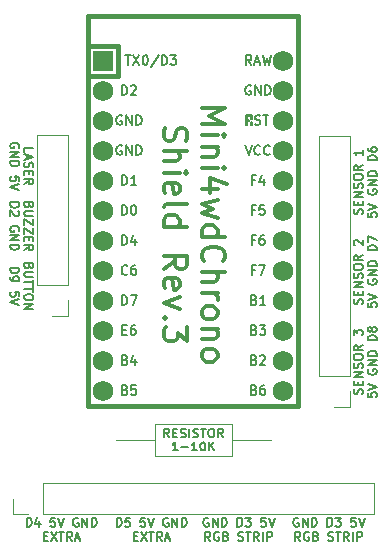
<source format=gto>
G04 #@! TF.GenerationSoftware,KiCad,Pcbnew,(6.0.9-0)*
G04 #@! TF.CreationDate,2023-02-26T13:48:30+01:00*
G04 #@! TF.ProjectId,pro_micro_shield,70726f5f-6d69-4637-926f-5f736869656c,rev?*
G04 #@! TF.SameCoordinates,Original*
G04 #@! TF.FileFunction,Legend,Top*
G04 #@! TF.FilePolarity,Positive*
%FSLAX46Y46*%
G04 Gerber Fmt 4.6, Leading zero omitted, Abs format (unit mm)*
G04 Created by KiCad (PCBNEW (6.0.9-0)) date 2023-02-26 13:48:30*
%MOMM*%
%LPD*%
G01*
G04 APERTURE LIST*
%ADD10C,0.150000*%
%ADD11C,0.300000*%
%ADD12C,0.381000*%
%ADD13C,0.120000*%
%ADD14R,1.752600X1.752600*%
%ADD15C,1.752600*%
G04 APERTURE END LIST*
D10*
X160182864Y-80779685D02*
X160182864Y-80422542D01*
X160932864Y-80422542D01*
X160397150Y-80993971D02*
X160397150Y-81351114D01*
X160182864Y-80922542D02*
X160932864Y-81172542D01*
X160182864Y-81422542D01*
X160218578Y-81636828D02*
X160182864Y-81743971D01*
X160182864Y-81922542D01*
X160218578Y-81993971D01*
X160254292Y-82029685D01*
X160325721Y-82065400D01*
X160397150Y-82065400D01*
X160468578Y-82029685D01*
X160504292Y-81993971D01*
X160540007Y-81922542D01*
X160575721Y-81779685D01*
X160611435Y-81708257D01*
X160647150Y-81672542D01*
X160718578Y-81636828D01*
X160790007Y-81636828D01*
X160861435Y-81672542D01*
X160897150Y-81708257D01*
X160932864Y-81779685D01*
X160932864Y-81958257D01*
X160897150Y-82065400D01*
X160575721Y-82386828D02*
X160575721Y-82636828D01*
X160182864Y-82743971D02*
X160182864Y-82386828D01*
X160932864Y-82386828D01*
X160932864Y-82743971D01*
X160182864Y-83493971D02*
X160540007Y-83243971D01*
X160182864Y-83065400D02*
X160932864Y-83065400D01*
X160932864Y-83351114D01*
X160897150Y-83422542D01*
X160861435Y-83458257D01*
X160790007Y-83493971D01*
X160682864Y-83493971D01*
X160611435Y-83458257D01*
X160575721Y-83422542D01*
X160540007Y-83351114D01*
X160540007Y-83065400D01*
X159689650Y-80404685D02*
X159725364Y-80333257D01*
X159725364Y-80226114D01*
X159689650Y-80118971D01*
X159618221Y-80047542D01*
X159546792Y-80011828D01*
X159403935Y-79976114D01*
X159296792Y-79976114D01*
X159153935Y-80011828D01*
X159082507Y-80047542D01*
X159011078Y-80118971D01*
X158975364Y-80226114D01*
X158975364Y-80297542D01*
X159011078Y-80404685D01*
X159046792Y-80440400D01*
X159296792Y-80440400D01*
X159296792Y-80297542D01*
X158975364Y-80761828D02*
X159725364Y-80761828D01*
X158975364Y-81190400D01*
X159725364Y-81190400D01*
X158975364Y-81547542D02*
X159725364Y-81547542D01*
X159725364Y-81726114D01*
X159689650Y-81833257D01*
X159618221Y-81904685D01*
X159546792Y-81940400D01*
X159403935Y-81976114D01*
X159296792Y-81976114D01*
X159153935Y-81940400D01*
X159082507Y-81904685D01*
X159011078Y-81833257D01*
X158975364Y-81726114D01*
X158975364Y-81547542D01*
X159725364Y-83226114D02*
X159725364Y-82868971D01*
X159368221Y-82833257D01*
X159403935Y-82868971D01*
X159439650Y-82940400D01*
X159439650Y-83118971D01*
X159403935Y-83190400D01*
X159368221Y-83226114D01*
X159296792Y-83261828D01*
X159118221Y-83261828D01*
X159046792Y-83226114D01*
X159011078Y-83190400D01*
X158975364Y-83118971D01*
X158975364Y-82940400D01*
X159011078Y-82868971D01*
X159046792Y-82833257D01*
X159725364Y-83476114D02*
X158975364Y-83726114D01*
X159725364Y-83976114D01*
X188777421Y-101266285D02*
X188813135Y-101159142D01*
X188813135Y-100980571D01*
X188777421Y-100909142D01*
X188741707Y-100873428D01*
X188670278Y-100837714D01*
X188598850Y-100837714D01*
X188527421Y-100873428D01*
X188491707Y-100909142D01*
X188455992Y-100980571D01*
X188420278Y-101123428D01*
X188384564Y-101194857D01*
X188348850Y-101230571D01*
X188277421Y-101266285D01*
X188205992Y-101266285D01*
X188134564Y-101230571D01*
X188098850Y-101194857D01*
X188063135Y-101123428D01*
X188063135Y-100944857D01*
X188098850Y-100837714D01*
X188420278Y-100516285D02*
X188420278Y-100266285D01*
X188813135Y-100159142D02*
X188813135Y-100516285D01*
X188063135Y-100516285D01*
X188063135Y-100159142D01*
X188813135Y-99837714D02*
X188063135Y-99837714D01*
X188813135Y-99409142D01*
X188063135Y-99409142D01*
X188777421Y-99087714D02*
X188813135Y-98980571D01*
X188813135Y-98802000D01*
X188777421Y-98730571D01*
X188741707Y-98694857D01*
X188670278Y-98659142D01*
X188598850Y-98659142D01*
X188527421Y-98694857D01*
X188491707Y-98730571D01*
X188455992Y-98802000D01*
X188420278Y-98944857D01*
X188384564Y-99016285D01*
X188348850Y-99052000D01*
X188277421Y-99087714D01*
X188205992Y-99087714D01*
X188134564Y-99052000D01*
X188098850Y-99016285D01*
X188063135Y-98944857D01*
X188063135Y-98766285D01*
X188098850Y-98659142D01*
X188063135Y-98194857D02*
X188063135Y-98052000D01*
X188098850Y-97980571D01*
X188170278Y-97909142D01*
X188313135Y-97873428D01*
X188563135Y-97873428D01*
X188705992Y-97909142D01*
X188777421Y-97980571D01*
X188813135Y-98052000D01*
X188813135Y-98194857D01*
X188777421Y-98266285D01*
X188705992Y-98337714D01*
X188563135Y-98373428D01*
X188313135Y-98373428D01*
X188170278Y-98337714D01*
X188098850Y-98266285D01*
X188063135Y-98194857D01*
X188813135Y-97123428D02*
X188455992Y-97373428D01*
X188813135Y-97552000D02*
X188063135Y-97552000D01*
X188063135Y-97266285D01*
X188098850Y-97194857D01*
X188134564Y-97159142D01*
X188205992Y-97123428D01*
X188313135Y-97123428D01*
X188384564Y-97159142D01*
X188420278Y-97194857D01*
X188455992Y-97266285D01*
X188455992Y-97552000D01*
X188063135Y-96302000D02*
X188063135Y-95837714D01*
X188348850Y-96087714D01*
X188348850Y-95980571D01*
X188384564Y-95909142D01*
X188420278Y-95873428D01*
X188491707Y-95837714D01*
X188670278Y-95837714D01*
X188741707Y-95873428D01*
X188777421Y-95909142D01*
X188813135Y-95980571D01*
X188813135Y-96194857D01*
X188777421Y-96266285D01*
X188741707Y-96302000D01*
X189270635Y-101141285D02*
X189270635Y-101498428D01*
X189627778Y-101534142D01*
X189592064Y-101498428D01*
X189556350Y-101427000D01*
X189556350Y-101248428D01*
X189592064Y-101177000D01*
X189627778Y-101141285D01*
X189699207Y-101105571D01*
X189877778Y-101105571D01*
X189949207Y-101141285D01*
X189984921Y-101177000D01*
X190020635Y-101248428D01*
X190020635Y-101427000D01*
X189984921Y-101498428D01*
X189949207Y-101534142D01*
X189270635Y-100891285D02*
X190020635Y-100641285D01*
X189270635Y-100391285D01*
X189306350Y-99177000D02*
X189270635Y-99248428D01*
X189270635Y-99355571D01*
X189306350Y-99462714D01*
X189377778Y-99534142D01*
X189449207Y-99569857D01*
X189592064Y-99605571D01*
X189699207Y-99605571D01*
X189842064Y-99569857D01*
X189913492Y-99534142D01*
X189984921Y-99462714D01*
X190020635Y-99355571D01*
X190020635Y-99284142D01*
X189984921Y-99177000D01*
X189949207Y-99141285D01*
X189699207Y-99141285D01*
X189699207Y-99284142D01*
X190020635Y-98819857D02*
X189270635Y-98819857D01*
X190020635Y-98391285D01*
X189270635Y-98391285D01*
X190020635Y-98034142D02*
X189270635Y-98034142D01*
X189270635Y-97855571D01*
X189306350Y-97748428D01*
X189377778Y-97677000D01*
X189449207Y-97641285D01*
X189592064Y-97605571D01*
X189699207Y-97605571D01*
X189842064Y-97641285D01*
X189913492Y-97677000D01*
X189984921Y-97748428D01*
X190020635Y-97855571D01*
X190020635Y-98034142D01*
X190020635Y-96712714D02*
X189270635Y-96712714D01*
X189270635Y-96534142D01*
X189306350Y-96427000D01*
X189377778Y-96355571D01*
X189449207Y-96319857D01*
X189592064Y-96284142D01*
X189699207Y-96284142D01*
X189842064Y-96319857D01*
X189913492Y-96355571D01*
X189984921Y-96427000D01*
X190020635Y-96534142D01*
X190020635Y-96712714D01*
X189592064Y-95855571D02*
X189556350Y-95927000D01*
X189520635Y-95962714D01*
X189449207Y-95998428D01*
X189413492Y-95998428D01*
X189342064Y-95962714D01*
X189306350Y-95927000D01*
X189270635Y-95855571D01*
X189270635Y-95712714D01*
X189306350Y-95641285D01*
X189342064Y-95605571D01*
X189413492Y-95569857D01*
X189449207Y-95569857D01*
X189520635Y-95605571D01*
X189556350Y-95641285D01*
X189592064Y-95712714D01*
X189592064Y-95855571D01*
X189627778Y-95927000D01*
X189663492Y-95962714D01*
X189734921Y-95998428D01*
X189877778Y-95998428D01*
X189949207Y-95962714D01*
X189984921Y-95927000D01*
X190020635Y-95855571D01*
X190020635Y-95712714D01*
X189984921Y-95641285D01*
X189949207Y-95605571D01*
X189877778Y-95569857D01*
X189734921Y-95569857D01*
X189663492Y-95605571D01*
X189627778Y-95641285D01*
X189592064Y-95712714D01*
X183374428Y-111771250D02*
X183303000Y-111735535D01*
X183195857Y-111735535D01*
X183088714Y-111771250D01*
X183017285Y-111842678D01*
X182981571Y-111914107D01*
X182945857Y-112056964D01*
X182945857Y-112164107D01*
X182981571Y-112306964D01*
X183017285Y-112378392D01*
X183088714Y-112449821D01*
X183195857Y-112485535D01*
X183267285Y-112485535D01*
X183374428Y-112449821D01*
X183410142Y-112414107D01*
X183410142Y-112164107D01*
X183267285Y-112164107D01*
X183731571Y-112485535D02*
X183731571Y-111735535D01*
X184160142Y-112485535D01*
X184160142Y-111735535D01*
X184517285Y-112485535D02*
X184517285Y-111735535D01*
X184695857Y-111735535D01*
X184803000Y-111771250D01*
X184874428Y-111842678D01*
X184910142Y-111914107D01*
X184945857Y-112056964D01*
X184945857Y-112164107D01*
X184910142Y-112306964D01*
X184874428Y-112378392D01*
X184803000Y-112449821D01*
X184695857Y-112485535D01*
X184517285Y-112485535D01*
X185838714Y-112485535D02*
X185838714Y-111735535D01*
X186017285Y-111735535D01*
X186124428Y-111771250D01*
X186195857Y-111842678D01*
X186231571Y-111914107D01*
X186267285Y-112056964D01*
X186267285Y-112164107D01*
X186231571Y-112306964D01*
X186195857Y-112378392D01*
X186124428Y-112449821D01*
X186017285Y-112485535D01*
X185838714Y-112485535D01*
X186517285Y-111735535D02*
X186981571Y-111735535D01*
X186731571Y-112021250D01*
X186838714Y-112021250D01*
X186910142Y-112056964D01*
X186945857Y-112092678D01*
X186981571Y-112164107D01*
X186981571Y-112342678D01*
X186945857Y-112414107D01*
X186910142Y-112449821D01*
X186838714Y-112485535D01*
X186624428Y-112485535D01*
X186553000Y-112449821D01*
X186517285Y-112414107D01*
X188231571Y-111735535D02*
X187874428Y-111735535D01*
X187838714Y-112092678D01*
X187874428Y-112056964D01*
X187945857Y-112021250D01*
X188124428Y-112021250D01*
X188195857Y-112056964D01*
X188231571Y-112092678D01*
X188267285Y-112164107D01*
X188267285Y-112342678D01*
X188231571Y-112414107D01*
X188195857Y-112449821D01*
X188124428Y-112485535D01*
X187945857Y-112485535D01*
X187874428Y-112449821D01*
X187838714Y-112414107D01*
X188481571Y-111735535D02*
X188731571Y-112485535D01*
X188981571Y-111735535D01*
X183553000Y-113693035D02*
X183303000Y-113335892D01*
X183124428Y-113693035D02*
X183124428Y-112943035D01*
X183410142Y-112943035D01*
X183481571Y-112978750D01*
X183517285Y-113014464D01*
X183553000Y-113085892D01*
X183553000Y-113193035D01*
X183517285Y-113264464D01*
X183481571Y-113300178D01*
X183410142Y-113335892D01*
X183124428Y-113335892D01*
X184267285Y-112978750D02*
X184195857Y-112943035D01*
X184088714Y-112943035D01*
X183981571Y-112978750D01*
X183910142Y-113050178D01*
X183874428Y-113121607D01*
X183838714Y-113264464D01*
X183838714Y-113371607D01*
X183874428Y-113514464D01*
X183910142Y-113585892D01*
X183981571Y-113657321D01*
X184088714Y-113693035D01*
X184160142Y-113693035D01*
X184267285Y-113657321D01*
X184303000Y-113621607D01*
X184303000Y-113371607D01*
X184160142Y-113371607D01*
X184874428Y-113300178D02*
X184981571Y-113335892D01*
X185017285Y-113371607D01*
X185053000Y-113443035D01*
X185053000Y-113550178D01*
X185017285Y-113621607D01*
X184981571Y-113657321D01*
X184910142Y-113693035D01*
X184624428Y-113693035D01*
X184624428Y-112943035D01*
X184874428Y-112943035D01*
X184945857Y-112978750D01*
X184981571Y-113014464D01*
X185017285Y-113085892D01*
X185017285Y-113157321D01*
X184981571Y-113228750D01*
X184945857Y-113264464D01*
X184874428Y-113300178D01*
X184624428Y-113300178D01*
X185910142Y-113657321D02*
X186017285Y-113693035D01*
X186195857Y-113693035D01*
X186267285Y-113657321D01*
X186303000Y-113621607D01*
X186338714Y-113550178D01*
X186338714Y-113478750D01*
X186303000Y-113407321D01*
X186267285Y-113371607D01*
X186195857Y-113335892D01*
X186053000Y-113300178D01*
X185981571Y-113264464D01*
X185945857Y-113228750D01*
X185910142Y-113157321D01*
X185910142Y-113085892D01*
X185945857Y-113014464D01*
X185981571Y-112978750D01*
X186053000Y-112943035D01*
X186231571Y-112943035D01*
X186338714Y-112978750D01*
X186553000Y-112943035D02*
X186981571Y-112943035D01*
X186767285Y-113693035D02*
X186767285Y-112943035D01*
X187660142Y-113693035D02*
X187410142Y-113335892D01*
X187231571Y-113693035D02*
X187231571Y-112943035D01*
X187517285Y-112943035D01*
X187588714Y-112978750D01*
X187624428Y-113014464D01*
X187660142Y-113085892D01*
X187660142Y-113193035D01*
X187624428Y-113264464D01*
X187588714Y-113300178D01*
X187517285Y-113335892D01*
X187231571Y-113335892D01*
X187981571Y-113693035D02*
X187981571Y-112943035D01*
X188338714Y-113693035D02*
X188338714Y-112943035D01*
X188624428Y-112943035D01*
X188695857Y-112978750D01*
X188731571Y-113014464D01*
X188767285Y-113085892D01*
X188767285Y-113193035D01*
X188731571Y-113264464D01*
X188695857Y-113300178D01*
X188624428Y-113335892D01*
X188338714Y-113335892D01*
X175754428Y-111771250D02*
X175683000Y-111735535D01*
X175575857Y-111735535D01*
X175468714Y-111771250D01*
X175397285Y-111842678D01*
X175361571Y-111914107D01*
X175325857Y-112056964D01*
X175325857Y-112164107D01*
X175361571Y-112306964D01*
X175397285Y-112378392D01*
X175468714Y-112449821D01*
X175575857Y-112485535D01*
X175647285Y-112485535D01*
X175754428Y-112449821D01*
X175790142Y-112414107D01*
X175790142Y-112164107D01*
X175647285Y-112164107D01*
X176111571Y-112485535D02*
X176111571Y-111735535D01*
X176540142Y-112485535D01*
X176540142Y-111735535D01*
X176897285Y-112485535D02*
X176897285Y-111735535D01*
X177075857Y-111735535D01*
X177183000Y-111771250D01*
X177254428Y-111842678D01*
X177290142Y-111914107D01*
X177325857Y-112056964D01*
X177325857Y-112164107D01*
X177290142Y-112306964D01*
X177254428Y-112378392D01*
X177183000Y-112449821D01*
X177075857Y-112485535D01*
X176897285Y-112485535D01*
X178218714Y-112485535D02*
X178218714Y-111735535D01*
X178397285Y-111735535D01*
X178504428Y-111771250D01*
X178575857Y-111842678D01*
X178611571Y-111914107D01*
X178647285Y-112056964D01*
X178647285Y-112164107D01*
X178611571Y-112306964D01*
X178575857Y-112378392D01*
X178504428Y-112449821D01*
X178397285Y-112485535D01*
X178218714Y-112485535D01*
X178897285Y-111735535D02*
X179361571Y-111735535D01*
X179111571Y-112021250D01*
X179218714Y-112021250D01*
X179290142Y-112056964D01*
X179325857Y-112092678D01*
X179361571Y-112164107D01*
X179361571Y-112342678D01*
X179325857Y-112414107D01*
X179290142Y-112449821D01*
X179218714Y-112485535D01*
X179004428Y-112485535D01*
X178933000Y-112449821D01*
X178897285Y-112414107D01*
X180611571Y-111735535D02*
X180254428Y-111735535D01*
X180218714Y-112092678D01*
X180254428Y-112056964D01*
X180325857Y-112021250D01*
X180504428Y-112021250D01*
X180575857Y-112056964D01*
X180611571Y-112092678D01*
X180647285Y-112164107D01*
X180647285Y-112342678D01*
X180611571Y-112414107D01*
X180575857Y-112449821D01*
X180504428Y-112485535D01*
X180325857Y-112485535D01*
X180254428Y-112449821D01*
X180218714Y-112414107D01*
X180861571Y-111735535D02*
X181111571Y-112485535D01*
X181361571Y-111735535D01*
X175933000Y-113693035D02*
X175683000Y-113335892D01*
X175504428Y-113693035D02*
X175504428Y-112943035D01*
X175790142Y-112943035D01*
X175861571Y-112978750D01*
X175897285Y-113014464D01*
X175933000Y-113085892D01*
X175933000Y-113193035D01*
X175897285Y-113264464D01*
X175861571Y-113300178D01*
X175790142Y-113335892D01*
X175504428Y-113335892D01*
X176647285Y-112978750D02*
X176575857Y-112943035D01*
X176468714Y-112943035D01*
X176361571Y-112978750D01*
X176290142Y-113050178D01*
X176254428Y-113121607D01*
X176218714Y-113264464D01*
X176218714Y-113371607D01*
X176254428Y-113514464D01*
X176290142Y-113585892D01*
X176361571Y-113657321D01*
X176468714Y-113693035D01*
X176540142Y-113693035D01*
X176647285Y-113657321D01*
X176683000Y-113621607D01*
X176683000Y-113371607D01*
X176540142Y-113371607D01*
X177254428Y-113300178D02*
X177361571Y-113335892D01*
X177397285Y-113371607D01*
X177433000Y-113443035D01*
X177433000Y-113550178D01*
X177397285Y-113621607D01*
X177361571Y-113657321D01*
X177290142Y-113693035D01*
X177004428Y-113693035D01*
X177004428Y-112943035D01*
X177254428Y-112943035D01*
X177325857Y-112978750D01*
X177361571Y-113014464D01*
X177397285Y-113085892D01*
X177397285Y-113157321D01*
X177361571Y-113228750D01*
X177325857Y-113264464D01*
X177254428Y-113300178D01*
X177004428Y-113300178D01*
X178290142Y-113657321D02*
X178397285Y-113693035D01*
X178575857Y-113693035D01*
X178647285Y-113657321D01*
X178683000Y-113621607D01*
X178718714Y-113550178D01*
X178718714Y-113478750D01*
X178683000Y-113407321D01*
X178647285Y-113371607D01*
X178575857Y-113335892D01*
X178433000Y-113300178D01*
X178361571Y-113264464D01*
X178325857Y-113228750D01*
X178290142Y-113157321D01*
X178290142Y-113085892D01*
X178325857Y-113014464D01*
X178361571Y-112978750D01*
X178433000Y-112943035D01*
X178611571Y-112943035D01*
X178718714Y-112978750D01*
X178933000Y-112943035D02*
X179361571Y-112943035D01*
X179147285Y-113693035D02*
X179147285Y-112943035D01*
X180040142Y-113693035D02*
X179790142Y-113335892D01*
X179611571Y-113693035D02*
X179611571Y-112943035D01*
X179897285Y-112943035D01*
X179968714Y-112978750D01*
X180004428Y-113014464D01*
X180040142Y-113085892D01*
X180040142Y-113193035D01*
X180004428Y-113264464D01*
X179968714Y-113300178D01*
X179897285Y-113335892D01*
X179611571Y-113335892D01*
X180361571Y-113693035D02*
X180361571Y-112943035D01*
X180718714Y-113693035D02*
X180718714Y-112943035D01*
X181004428Y-112943035D01*
X181075857Y-112978750D01*
X181111571Y-113014464D01*
X181147285Y-113085892D01*
X181147285Y-113193035D01*
X181111571Y-113264464D01*
X181075857Y-113300178D01*
X181004428Y-113335892D01*
X180718714Y-113335892D01*
X188777421Y-93646285D02*
X188813135Y-93539142D01*
X188813135Y-93360571D01*
X188777421Y-93289142D01*
X188741707Y-93253428D01*
X188670278Y-93217714D01*
X188598850Y-93217714D01*
X188527421Y-93253428D01*
X188491707Y-93289142D01*
X188455992Y-93360571D01*
X188420278Y-93503428D01*
X188384564Y-93574857D01*
X188348850Y-93610571D01*
X188277421Y-93646285D01*
X188205992Y-93646285D01*
X188134564Y-93610571D01*
X188098850Y-93574857D01*
X188063135Y-93503428D01*
X188063135Y-93324857D01*
X188098850Y-93217714D01*
X188420278Y-92896285D02*
X188420278Y-92646285D01*
X188813135Y-92539142D02*
X188813135Y-92896285D01*
X188063135Y-92896285D01*
X188063135Y-92539142D01*
X188813135Y-92217714D02*
X188063135Y-92217714D01*
X188813135Y-91789142D01*
X188063135Y-91789142D01*
X188777421Y-91467714D02*
X188813135Y-91360571D01*
X188813135Y-91182000D01*
X188777421Y-91110571D01*
X188741707Y-91074857D01*
X188670278Y-91039142D01*
X188598850Y-91039142D01*
X188527421Y-91074857D01*
X188491707Y-91110571D01*
X188455992Y-91182000D01*
X188420278Y-91324857D01*
X188384564Y-91396285D01*
X188348850Y-91432000D01*
X188277421Y-91467714D01*
X188205992Y-91467714D01*
X188134564Y-91432000D01*
X188098850Y-91396285D01*
X188063135Y-91324857D01*
X188063135Y-91146285D01*
X188098850Y-91039142D01*
X188063135Y-90574857D02*
X188063135Y-90432000D01*
X188098850Y-90360571D01*
X188170278Y-90289142D01*
X188313135Y-90253428D01*
X188563135Y-90253428D01*
X188705992Y-90289142D01*
X188777421Y-90360571D01*
X188813135Y-90432000D01*
X188813135Y-90574857D01*
X188777421Y-90646285D01*
X188705992Y-90717714D01*
X188563135Y-90753428D01*
X188313135Y-90753428D01*
X188170278Y-90717714D01*
X188098850Y-90646285D01*
X188063135Y-90574857D01*
X188813135Y-89503428D02*
X188455992Y-89753428D01*
X188813135Y-89932000D02*
X188063135Y-89932000D01*
X188063135Y-89646285D01*
X188098850Y-89574857D01*
X188134564Y-89539142D01*
X188205992Y-89503428D01*
X188313135Y-89503428D01*
X188384564Y-89539142D01*
X188420278Y-89574857D01*
X188455992Y-89646285D01*
X188455992Y-89932000D01*
X188134564Y-88646285D02*
X188098850Y-88610571D01*
X188063135Y-88539142D01*
X188063135Y-88360571D01*
X188098850Y-88289142D01*
X188134564Y-88253428D01*
X188205992Y-88217714D01*
X188277421Y-88217714D01*
X188384564Y-88253428D01*
X188813135Y-88682000D01*
X188813135Y-88217714D01*
X189270635Y-93521285D02*
X189270635Y-93878428D01*
X189627778Y-93914142D01*
X189592064Y-93878428D01*
X189556350Y-93807000D01*
X189556350Y-93628428D01*
X189592064Y-93557000D01*
X189627778Y-93521285D01*
X189699207Y-93485571D01*
X189877778Y-93485571D01*
X189949207Y-93521285D01*
X189984921Y-93557000D01*
X190020635Y-93628428D01*
X190020635Y-93807000D01*
X189984921Y-93878428D01*
X189949207Y-93914142D01*
X189270635Y-93271285D02*
X190020635Y-93021285D01*
X189270635Y-92771285D01*
X189306350Y-91557000D02*
X189270635Y-91628428D01*
X189270635Y-91735571D01*
X189306350Y-91842714D01*
X189377778Y-91914142D01*
X189449207Y-91949857D01*
X189592064Y-91985571D01*
X189699207Y-91985571D01*
X189842064Y-91949857D01*
X189913492Y-91914142D01*
X189984921Y-91842714D01*
X190020635Y-91735571D01*
X190020635Y-91664142D01*
X189984921Y-91557000D01*
X189949207Y-91521285D01*
X189699207Y-91521285D01*
X189699207Y-91664142D01*
X190020635Y-91199857D02*
X189270635Y-91199857D01*
X190020635Y-90771285D01*
X189270635Y-90771285D01*
X190020635Y-90414142D02*
X189270635Y-90414142D01*
X189270635Y-90235571D01*
X189306350Y-90128428D01*
X189377778Y-90057000D01*
X189449207Y-90021285D01*
X189592064Y-89985571D01*
X189699207Y-89985571D01*
X189842064Y-90021285D01*
X189913492Y-90057000D01*
X189984921Y-90128428D01*
X190020635Y-90235571D01*
X190020635Y-90414142D01*
X190020635Y-89092714D02*
X189270635Y-89092714D01*
X189270635Y-88914142D01*
X189306350Y-88807000D01*
X189377778Y-88735571D01*
X189449207Y-88699857D01*
X189592064Y-88664142D01*
X189699207Y-88664142D01*
X189842064Y-88699857D01*
X189913492Y-88735571D01*
X189984921Y-88807000D01*
X190020635Y-88914142D01*
X190020635Y-89092714D01*
X189270635Y-88414142D02*
X189270635Y-87914142D01*
X190020635Y-88235571D01*
D11*
X175205238Y-77083333D02*
X177205238Y-77083333D01*
X175776666Y-77750000D01*
X177205238Y-78416666D01*
X175205238Y-78416666D01*
X175205238Y-79369047D02*
X176538571Y-79369047D01*
X177205238Y-79369047D02*
X177110000Y-79273809D01*
X177014761Y-79369047D01*
X177110000Y-79464285D01*
X177205238Y-79369047D01*
X177014761Y-79369047D01*
X176538571Y-80321428D02*
X175205238Y-80321428D01*
X176348095Y-80321428D02*
X176443333Y-80416666D01*
X176538571Y-80607142D01*
X176538571Y-80892857D01*
X176443333Y-81083333D01*
X176252857Y-81178571D01*
X175205238Y-81178571D01*
X175205238Y-82130952D02*
X176538571Y-82130952D01*
X177205238Y-82130952D02*
X177110000Y-82035714D01*
X177014761Y-82130952D01*
X177110000Y-82226190D01*
X177205238Y-82130952D01*
X177014761Y-82130952D01*
X176538571Y-83940476D02*
X175205238Y-83940476D01*
X177300476Y-83464285D02*
X175871904Y-82988095D01*
X175871904Y-84226190D01*
X176538571Y-84797619D02*
X175205238Y-85178571D01*
X176157619Y-85559523D01*
X175205238Y-85940476D01*
X176538571Y-86321428D01*
X175205238Y-87940476D02*
X177205238Y-87940476D01*
X175300476Y-87940476D02*
X175205238Y-87750000D01*
X175205238Y-87369047D01*
X175300476Y-87178571D01*
X175395714Y-87083333D01*
X175586190Y-86988095D01*
X176157619Y-86988095D01*
X176348095Y-87083333D01*
X176443333Y-87178571D01*
X176538571Y-87369047D01*
X176538571Y-87750000D01*
X176443333Y-87940476D01*
X175395714Y-90035714D02*
X175300476Y-89940476D01*
X175205238Y-89654761D01*
X175205238Y-89464285D01*
X175300476Y-89178571D01*
X175490952Y-88988095D01*
X175681428Y-88892857D01*
X176062380Y-88797619D01*
X176348095Y-88797619D01*
X176729047Y-88892857D01*
X176919523Y-88988095D01*
X177110000Y-89178571D01*
X177205238Y-89464285D01*
X177205238Y-89654761D01*
X177110000Y-89940476D01*
X177014761Y-90035714D01*
X175205238Y-90892857D02*
X177205238Y-90892857D01*
X175205238Y-91750000D02*
X176252857Y-91750000D01*
X176443333Y-91654761D01*
X176538571Y-91464285D01*
X176538571Y-91178571D01*
X176443333Y-90988095D01*
X176348095Y-90892857D01*
X175205238Y-92702380D02*
X176538571Y-92702380D01*
X176157619Y-92702380D02*
X176348095Y-92797619D01*
X176443333Y-92892857D01*
X176538571Y-93083333D01*
X176538571Y-93273809D01*
X175205238Y-94226190D02*
X175300476Y-94035714D01*
X175395714Y-93940476D01*
X175586190Y-93845238D01*
X176157619Y-93845238D01*
X176348095Y-93940476D01*
X176443333Y-94035714D01*
X176538571Y-94226190D01*
X176538571Y-94511904D01*
X176443333Y-94702380D01*
X176348095Y-94797619D01*
X176157619Y-94892857D01*
X175586190Y-94892857D01*
X175395714Y-94797619D01*
X175300476Y-94702380D01*
X175205238Y-94511904D01*
X175205238Y-94226190D01*
X176538571Y-95750000D02*
X175205238Y-95750000D01*
X176348095Y-95750000D02*
X176443333Y-95845238D01*
X176538571Y-96035714D01*
X176538571Y-96321428D01*
X176443333Y-96511904D01*
X176252857Y-96607142D01*
X175205238Y-96607142D01*
X175205238Y-97845238D02*
X175300476Y-97654761D01*
X175395714Y-97559523D01*
X175586190Y-97464285D01*
X176157619Y-97464285D01*
X176348095Y-97559523D01*
X176443333Y-97654761D01*
X176538571Y-97845238D01*
X176538571Y-98130952D01*
X176443333Y-98321428D01*
X176348095Y-98416666D01*
X176157619Y-98511904D01*
X175586190Y-98511904D01*
X175395714Y-98416666D01*
X175300476Y-98321428D01*
X175205238Y-98130952D01*
X175205238Y-97845238D01*
X172080476Y-78702380D02*
X171985238Y-78988095D01*
X171985238Y-79464285D01*
X172080476Y-79654761D01*
X172175714Y-79750000D01*
X172366190Y-79845238D01*
X172556666Y-79845238D01*
X172747142Y-79750000D01*
X172842380Y-79654761D01*
X172937619Y-79464285D01*
X173032857Y-79083333D01*
X173128095Y-78892857D01*
X173223333Y-78797619D01*
X173413809Y-78702380D01*
X173604285Y-78702380D01*
X173794761Y-78797619D01*
X173890000Y-78892857D01*
X173985238Y-79083333D01*
X173985238Y-79559523D01*
X173890000Y-79845238D01*
X171985238Y-80702380D02*
X173985238Y-80702380D01*
X171985238Y-81559523D02*
X173032857Y-81559523D01*
X173223333Y-81464285D01*
X173318571Y-81273809D01*
X173318571Y-80988095D01*
X173223333Y-80797619D01*
X173128095Y-80702380D01*
X171985238Y-82511904D02*
X173318571Y-82511904D01*
X173985238Y-82511904D02*
X173890000Y-82416666D01*
X173794761Y-82511904D01*
X173890000Y-82607142D01*
X173985238Y-82511904D01*
X173794761Y-82511904D01*
X172080476Y-84226190D02*
X171985238Y-84035714D01*
X171985238Y-83654761D01*
X172080476Y-83464285D01*
X172270952Y-83369047D01*
X173032857Y-83369047D01*
X173223333Y-83464285D01*
X173318571Y-83654761D01*
X173318571Y-84035714D01*
X173223333Y-84226190D01*
X173032857Y-84321428D01*
X172842380Y-84321428D01*
X172651904Y-83369047D01*
X171985238Y-85464285D02*
X172080476Y-85273809D01*
X172270952Y-85178571D01*
X173985238Y-85178571D01*
X171985238Y-87083333D02*
X173985238Y-87083333D01*
X172080476Y-87083333D02*
X171985238Y-86892857D01*
X171985238Y-86511904D01*
X172080476Y-86321428D01*
X172175714Y-86226190D01*
X172366190Y-86130952D01*
X172937619Y-86130952D01*
X173128095Y-86226190D01*
X173223333Y-86321428D01*
X173318571Y-86511904D01*
X173318571Y-86892857D01*
X173223333Y-87083333D01*
X171985238Y-90702380D02*
X172937619Y-90035714D01*
X171985238Y-89559523D02*
X173985238Y-89559523D01*
X173985238Y-90321428D01*
X173890000Y-90511904D01*
X173794761Y-90607142D01*
X173604285Y-90702380D01*
X173318571Y-90702380D01*
X173128095Y-90607142D01*
X173032857Y-90511904D01*
X172937619Y-90321428D01*
X172937619Y-89559523D01*
X172080476Y-92321428D02*
X171985238Y-92130952D01*
X171985238Y-91750000D01*
X172080476Y-91559523D01*
X172270952Y-91464285D01*
X173032857Y-91464285D01*
X173223333Y-91559523D01*
X173318571Y-91750000D01*
X173318571Y-92130952D01*
X173223333Y-92321428D01*
X173032857Y-92416666D01*
X172842380Y-92416666D01*
X172651904Y-91464285D01*
X173318571Y-93083333D02*
X171985238Y-93559523D01*
X173318571Y-94035714D01*
X172175714Y-94797619D02*
X172080476Y-94892857D01*
X171985238Y-94797619D01*
X172080476Y-94702380D01*
X172175714Y-94797619D01*
X171985238Y-94797619D01*
X173985238Y-95559523D02*
X173985238Y-96797619D01*
X173223333Y-96130952D01*
X173223333Y-96416666D01*
X173128095Y-96607142D01*
X173032857Y-96702380D01*
X172842380Y-96797619D01*
X172366190Y-96797619D01*
X172175714Y-96702380D01*
X172080476Y-96607142D01*
X171985238Y-96416666D01*
X171985238Y-95845238D01*
X172080476Y-95654761D01*
X172175714Y-95559523D01*
D10*
X172444428Y-104909166D02*
X172194428Y-104575833D01*
X172015857Y-104909166D02*
X172015857Y-104209166D01*
X172301571Y-104209166D01*
X172373000Y-104242500D01*
X172408714Y-104275833D01*
X172444428Y-104342500D01*
X172444428Y-104442500D01*
X172408714Y-104509166D01*
X172373000Y-104542500D01*
X172301571Y-104575833D01*
X172015857Y-104575833D01*
X172765857Y-104542500D02*
X173015857Y-104542500D01*
X173123000Y-104909166D02*
X172765857Y-104909166D01*
X172765857Y-104209166D01*
X173123000Y-104209166D01*
X173408714Y-104875833D02*
X173515857Y-104909166D01*
X173694428Y-104909166D01*
X173765857Y-104875833D01*
X173801571Y-104842500D01*
X173837285Y-104775833D01*
X173837285Y-104709166D01*
X173801571Y-104642500D01*
X173765857Y-104609166D01*
X173694428Y-104575833D01*
X173551571Y-104542500D01*
X173480142Y-104509166D01*
X173444428Y-104475833D01*
X173408714Y-104409166D01*
X173408714Y-104342500D01*
X173444428Y-104275833D01*
X173480142Y-104242500D01*
X173551571Y-104209166D01*
X173730142Y-104209166D01*
X173837285Y-104242500D01*
X174158714Y-104909166D02*
X174158714Y-104209166D01*
X174480142Y-104875833D02*
X174587285Y-104909166D01*
X174765857Y-104909166D01*
X174837285Y-104875833D01*
X174873000Y-104842500D01*
X174908714Y-104775833D01*
X174908714Y-104709166D01*
X174873000Y-104642500D01*
X174837285Y-104609166D01*
X174765857Y-104575833D01*
X174623000Y-104542500D01*
X174551571Y-104509166D01*
X174515857Y-104475833D01*
X174480142Y-104409166D01*
X174480142Y-104342500D01*
X174515857Y-104275833D01*
X174551571Y-104242500D01*
X174623000Y-104209166D01*
X174801571Y-104209166D01*
X174908714Y-104242500D01*
X175123000Y-104209166D02*
X175551571Y-104209166D01*
X175337285Y-104909166D02*
X175337285Y-104209166D01*
X175944428Y-104209166D02*
X176087285Y-104209166D01*
X176158714Y-104242500D01*
X176230142Y-104309166D01*
X176265857Y-104442500D01*
X176265857Y-104675833D01*
X176230142Y-104809166D01*
X176158714Y-104875833D01*
X176087285Y-104909166D01*
X175944428Y-104909166D01*
X175873000Y-104875833D01*
X175801571Y-104809166D01*
X175765857Y-104675833D01*
X175765857Y-104442500D01*
X175801571Y-104309166D01*
X175873000Y-104242500D01*
X175944428Y-104209166D01*
X177015857Y-104909166D02*
X176765857Y-104575833D01*
X176587285Y-104909166D02*
X176587285Y-104209166D01*
X176873000Y-104209166D01*
X176944428Y-104242500D01*
X176980142Y-104275833D01*
X177015857Y-104342500D01*
X177015857Y-104442500D01*
X176980142Y-104509166D01*
X176944428Y-104542500D01*
X176873000Y-104575833D01*
X176587285Y-104575833D01*
X173158714Y-106036166D02*
X172730142Y-106036166D01*
X172944428Y-106036166D02*
X172944428Y-105336166D01*
X172873000Y-105436166D01*
X172801571Y-105502833D01*
X172730142Y-105536166D01*
X173480142Y-105769500D02*
X174051571Y-105769500D01*
X174801571Y-106036166D02*
X174373000Y-106036166D01*
X174587285Y-106036166D02*
X174587285Y-105336166D01*
X174515857Y-105436166D01*
X174444428Y-105502833D01*
X174373000Y-105536166D01*
X175265857Y-105336166D02*
X175337285Y-105336166D01*
X175408714Y-105369500D01*
X175444428Y-105402833D01*
X175480142Y-105469500D01*
X175515857Y-105602833D01*
X175515857Y-105769500D01*
X175480142Y-105902833D01*
X175444428Y-105969500D01*
X175408714Y-106002833D01*
X175337285Y-106036166D01*
X175265857Y-106036166D01*
X175194428Y-106002833D01*
X175158714Y-105969500D01*
X175123000Y-105902833D01*
X175087285Y-105769500D01*
X175087285Y-105602833D01*
X175123000Y-105469500D01*
X175158714Y-105402833D01*
X175194428Y-105369500D01*
X175265857Y-105336166D01*
X175837285Y-106036166D02*
X175837285Y-105336166D01*
X176265857Y-106036166D02*
X175944428Y-105636166D01*
X176265857Y-105336166D02*
X175837285Y-105736166D01*
X167995571Y-112485535D02*
X167995571Y-111735535D01*
X168174142Y-111735535D01*
X168281285Y-111771250D01*
X168352714Y-111842678D01*
X168388428Y-111914107D01*
X168424142Y-112056964D01*
X168424142Y-112164107D01*
X168388428Y-112306964D01*
X168352714Y-112378392D01*
X168281285Y-112449821D01*
X168174142Y-112485535D01*
X167995571Y-112485535D01*
X169102714Y-111735535D02*
X168745571Y-111735535D01*
X168709857Y-112092678D01*
X168745571Y-112056964D01*
X168817000Y-112021250D01*
X168995571Y-112021250D01*
X169067000Y-112056964D01*
X169102714Y-112092678D01*
X169138428Y-112164107D01*
X169138428Y-112342678D01*
X169102714Y-112414107D01*
X169067000Y-112449821D01*
X168995571Y-112485535D01*
X168817000Y-112485535D01*
X168745571Y-112449821D01*
X168709857Y-112414107D01*
X170388428Y-111735535D02*
X170031285Y-111735535D01*
X169995571Y-112092678D01*
X170031285Y-112056964D01*
X170102714Y-112021250D01*
X170281285Y-112021250D01*
X170352714Y-112056964D01*
X170388428Y-112092678D01*
X170424142Y-112164107D01*
X170424142Y-112342678D01*
X170388428Y-112414107D01*
X170352714Y-112449821D01*
X170281285Y-112485535D01*
X170102714Y-112485535D01*
X170031285Y-112449821D01*
X169995571Y-112414107D01*
X170638428Y-111735535D02*
X170888428Y-112485535D01*
X171138428Y-111735535D01*
X172352714Y-111771250D02*
X172281285Y-111735535D01*
X172174142Y-111735535D01*
X172067000Y-111771250D01*
X171995571Y-111842678D01*
X171959857Y-111914107D01*
X171924142Y-112056964D01*
X171924142Y-112164107D01*
X171959857Y-112306964D01*
X171995571Y-112378392D01*
X172067000Y-112449821D01*
X172174142Y-112485535D01*
X172245571Y-112485535D01*
X172352714Y-112449821D01*
X172388428Y-112414107D01*
X172388428Y-112164107D01*
X172245571Y-112164107D01*
X172709857Y-112485535D02*
X172709857Y-111735535D01*
X173138428Y-112485535D01*
X173138428Y-111735535D01*
X173495571Y-112485535D02*
X173495571Y-111735535D01*
X173674142Y-111735535D01*
X173781285Y-111771250D01*
X173852714Y-111842678D01*
X173888428Y-111914107D01*
X173924142Y-112056964D01*
X173924142Y-112164107D01*
X173888428Y-112306964D01*
X173852714Y-112378392D01*
X173781285Y-112449821D01*
X173674142Y-112485535D01*
X173495571Y-112485535D01*
X169442000Y-113300178D02*
X169692000Y-113300178D01*
X169799142Y-113693035D02*
X169442000Y-113693035D01*
X169442000Y-112943035D01*
X169799142Y-112943035D01*
X170049142Y-112943035D02*
X170549142Y-113693035D01*
X170549142Y-112943035D02*
X170049142Y-113693035D01*
X170727714Y-112943035D02*
X171156285Y-112943035D01*
X170942000Y-113693035D02*
X170942000Y-112943035D01*
X171834857Y-113693035D02*
X171584857Y-113335892D01*
X171406285Y-113693035D02*
X171406285Y-112943035D01*
X171692000Y-112943035D01*
X171763428Y-112978750D01*
X171799142Y-113014464D01*
X171834857Y-113085892D01*
X171834857Y-113193035D01*
X171799142Y-113264464D01*
X171763428Y-113300178D01*
X171692000Y-113335892D01*
X171406285Y-113335892D01*
X172120571Y-113478750D02*
X172477714Y-113478750D01*
X172049142Y-113693035D02*
X172299142Y-112943035D01*
X172549142Y-113693035D01*
X160375571Y-112485535D02*
X160375571Y-111735535D01*
X160554142Y-111735535D01*
X160661285Y-111771250D01*
X160732714Y-111842678D01*
X160768428Y-111914107D01*
X160804142Y-112056964D01*
X160804142Y-112164107D01*
X160768428Y-112306964D01*
X160732714Y-112378392D01*
X160661285Y-112449821D01*
X160554142Y-112485535D01*
X160375571Y-112485535D01*
X161447000Y-111985535D02*
X161447000Y-112485535D01*
X161268428Y-111699821D02*
X161089857Y-112235535D01*
X161554142Y-112235535D01*
X162768428Y-111735535D02*
X162411285Y-111735535D01*
X162375571Y-112092678D01*
X162411285Y-112056964D01*
X162482714Y-112021250D01*
X162661285Y-112021250D01*
X162732714Y-112056964D01*
X162768428Y-112092678D01*
X162804142Y-112164107D01*
X162804142Y-112342678D01*
X162768428Y-112414107D01*
X162732714Y-112449821D01*
X162661285Y-112485535D01*
X162482714Y-112485535D01*
X162411285Y-112449821D01*
X162375571Y-112414107D01*
X163018428Y-111735535D02*
X163268428Y-112485535D01*
X163518428Y-111735535D01*
X164732714Y-111771250D02*
X164661285Y-111735535D01*
X164554142Y-111735535D01*
X164447000Y-111771250D01*
X164375571Y-111842678D01*
X164339857Y-111914107D01*
X164304142Y-112056964D01*
X164304142Y-112164107D01*
X164339857Y-112306964D01*
X164375571Y-112378392D01*
X164447000Y-112449821D01*
X164554142Y-112485535D01*
X164625571Y-112485535D01*
X164732714Y-112449821D01*
X164768428Y-112414107D01*
X164768428Y-112164107D01*
X164625571Y-112164107D01*
X165089857Y-112485535D02*
X165089857Y-111735535D01*
X165518428Y-112485535D01*
X165518428Y-111735535D01*
X165875571Y-112485535D02*
X165875571Y-111735535D01*
X166054142Y-111735535D01*
X166161285Y-111771250D01*
X166232714Y-111842678D01*
X166268428Y-111914107D01*
X166304142Y-112056964D01*
X166304142Y-112164107D01*
X166268428Y-112306964D01*
X166232714Y-112378392D01*
X166161285Y-112449821D01*
X166054142Y-112485535D01*
X165875571Y-112485535D01*
X161822000Y-113300178D02*
X162072000Y-113300178D01*
X162179142Y-113693035D02*
X161822000Y-113693035D01*
X161822000Y-112943035D01*
X162179142Y-112943035D01*
X162429142Y-112943035D02*
X162929142Y-113693035D01*
X162929142Y-112943035D02*
X162429142Y-113693035D01*
X163107714Y-112943035D02*
X163536285Y-112943035D01*
X163322000Y-113693035D02*
X163322000Y-112943035D01*
X164214857Y-113693035D02*
X163964857Y-113335892D01*
X163786285Y-113693035D02*
X163786285Y-112943035D01*
X164072000Y-112943035D01*
X164143428Y-112978750D01*
X164179142Y-113014464D01*
X164214857Y-113085892D01*
X164214857Y-113193035D01*
X164179142Y-113264464D01*
X164143428Y-113300178D01*
X164072000Y-113335892D01*
X163786285Y-113335892D01*
X164500571Y-113478750D02*
X164857714Y-113478750D01*
X164429142Y-113693035D02*
X164679142Y-112943035D01*
X164929142Y-113693035D01*
X160575721Y-90403971D02*
X160540007Y-90511114D01*
X160504292Y-90546828D01*
X160432864Y-90582542D01*
X160325721Y-90582542D01*
X160254292Y-90546828D01*
X160218578Y-90511114D01*
X160182864Y-90439685D01*
X160182864Y-90153971D01*
X160932864Y-90153971D01*
X160932864Y-90403971D01*
X160897150Y-90475400D01*
X160861435Y-90511114D01*
X160790007Y-90546828D01*
X160718578Y-90546828D01*
X160647150Y-90511114D01*
X160611435Y-90475400D01*
X160575721Y-90403971D01*
X160575721Y-90153971D01*
X160932864Y-90903971D02*
X160325721Y-90903971D01*
X160254292Y-90939685D01*
X160218578Y-90975400D01*
X160182864Y-91046828D01*
X160182864Y-91189685D01*
X160218578Y-91261114D01*
X160254292Y-91296828D01*
X160325721Y-91332542D01*
X160932864Y-91332542D01*
X160932864Y-91582542D02*
X160932864Y-92011114D01*
X160182864Y-91796828D02*
X160932864Y-91796828D01*
X160932864Y-92153971D02*
X160932864Y-92582542D01*
X160182864Y-92368257D02*
X160932864Y-92368257D01*
X160932864Y-92975400D02*
X160932864Y-93118257D01*
X160897150Y-93189685D01*
X160825721Y-93261114D01*
X160682864Y-93296828D01*
X160432864Y-93296828D01*
X160290007Y-93261114D01*
X160218578Y-93189685D01*
X160182864Y-93118257D01*
X160182864Y-92975400D01*
X160218578Y-92903971D01*
X160290007Y-92832542D01*
X160432864Y-92796828D01*
X160682864Y-92796828D01*
X160825721Y-92832542D01*
X160897150Y-92903971D01*
X160932864Y-92975400D01*
X160182864Y-93618257D02*
X160932864Y-93618257D01*
X160182864Y-94046828D01*
X160932864Y-94046828D01*
X158975364Y-90582542D02*
X159725364Y-90582542D01*
X159725364Y-90761114D01*
X159689650Y-90868257D01*
X159618221Y-90939685D01*
X159546792Y-90975400D01*
X159403935Y-91011114D01*
X159296792Y-91011114D01*
X159153935Y-90975400D01*
X159082507Y-90939685D01*
X159011078Y-90868257D01*
X158975364Y-90761114D01*
X158975364Y-90582542D01*
X158975364Y-91368257D02*
X158975364Y-91511114D01*
X159011078Y-91582542D01*
X159046792Y-91618257D01*
X159153935Y-91689685D01*
X159296792Y-91725400D01*
X159582507Y-91725400D01*
X159653935Y-91689685D01*
X159689650Y-91653971D01*
X159725364Y-91582542D01*
X159725364Y-91439685D01*
X159689650Y-91368257D01*
X159653935Y-91332542D01*
X159582507Y-91296828D01*
X159403935Y-91296828D01*
X159332507Y-91332542D01*
X159296792Y-91368257D01*
X159261078Y-91439685D01*
X159261078Y-91582542D01*
X159296792Y-91653971D01*
X159332507Y-91689685D01*
X159403935Y-91725400D01*
X159725364Y-92975400D02*
X159725364Y-92618257D01*
X159368221Y-92582542D01*
X159403935Y-92618257D01*
X159439650Y-92689685D01*
X159439650Y-92868257D01*
X159403935Y-92939685D01*
X159368221Y-92975400D01*
X159296792Y-93011114D01*
X159118221Y-93011114D01*
X159046792Y-92975400D01*
X159011078Y-92939685D01*
X158975364Y-92868257D01*
X158975364Y-92689685D01*
X159011078Y-92618257D01*
X159046792Y-92582542D01*
X159725364Y-93225400D02*
X158975364Y-93475400D01*
X159725364Y-93725400D01*
X188777421Y-86026285D02*
X188813135Y-85919142D01*
X188813135Y-85740571D01*
X188777421Y-85669142D01*
X188741707Y-85633428D01*
X188670278Y-85597714D01*
X188598850Y-85597714D01*
X188527421Y-85633428D01*
X188491707Y-85669142D01*
X188455992Y-85740571D01*
X188420278Y-85883428D01*
X188384564Y-85954857D01*
X188348850Y-85990571D01*
X188277421Y-86026285D01*
X188205992Y-86026285D01*
X188134564Y-85990571D01*
X188098850Y-85954857D01*
X188063135Y-85883428D01*
X188063135Y-85704857D01*
X188098850Y-85597714D01*
X188420278Y-85276285D02*
X188420278Y-85026285D01*
X188813135Y-84919142D02*
X188813135Y-85276285D01*
X188063135Y-85276285D01*
X188063135Y-84919142D01*
X188813135Y-84597714D02*
X188063135Y-84597714D01*
X188813135Y-84169142D01*
X188063135Y-84169142D01*
X188777421Y-83847714D02*
X188813135Y-83740571D01*
X188813135Y-83562000D01*
X188777421Y-83490571D01*
X188741707Y-83454857D01*
X188670278Y-83419142D01*
X188598850Y-83419142D01*
X188527421Y-83454857D01*
X188491707Y-83490571D01*
X188455992Y-83562000D01*
X188420278Y-83704857D01*
X188384564Y-83776285D01*
X188348850Y-83812000D01*
X188277421Y-83847714D01*
X188205992Y-83847714D01*
X188134564Y-83812000D01*
X188098850Y-83776285D01*
X188063135Y-83704857D01*
X188063135Y-83526285D01*
X188098850Y-83419142D01*
X188063135Y-82954857D02*
X188063135Y-82812000D01*
X188098850Y-82740571D01*
X188170278Y-82669142D01*
X188313135Y-82633428D01*
X188563135Y-82633428D01*
X188705992Y-82669142D01*
X188777421Y-82740571D01*
X188813135Y-82812000D01*
X188813135Y-82954857D01*
X188777421Y-83026285D01*
X188705992Y-83097714D01*
X188563135Y-83133428D01*
X188313135Y-83133428D01*
X188170278Y-83097714D01*
X188098850Y-83026285D01*
X188063135Y-82954857D01*
X188813135Y-81883428D02*
X188455992Y-82133428D01*
X188813135Y-82312000D02*
X188063135Y-82312000D01*
X188063135Y-82026285D01*
X188098850Y-81954857D01*
X188134564Y-81919142D01*
X188205992Y-81883428D01*
X188313135Y-81883428D01*
X188384564Y-81919142D01*
X188420278Y-81954857D01*
X188455992Y-82026285D01*
X188455992Y-82312000D01*
X188813135Y-80597714D02*
X188813135Y-81026285D01*
X188813135Y-80812000D02*
X188063135Y-80812000D01*
X188170278Y-80883428D01*
X188241707Y-80954857D01*
X188277421Y-81026285D01*
X189270635Y-85901285D02*
X189270635Y-86258428D01*
X189627778Y-86294142D01*
X189592064Y-86258428D01*
X189556350Y-86187000D01*
X189556350Y-86008428D01*
X189592064Y-85937000D01*
X189627778Y-85901285D01*
X189699207Y-85865571D01*
X189877778Y-85865571D01*
X189949207Y-85901285D01*
X189984921Y-85937000D01*
X190020635Y-86008428D01*
X190020635Y-86187000D01*
X189984921Y-86258428D01*
X189949207Y-86294142D01*
X189270635Y-85651285D02*
X190020635Y-85401285D01*
X189270635Y-85151285D01*
X189306350Y-83937000D02*
X189270635Y-84008428D01*
X189270635Y-84115571D01*
X189306350Y-84222714D01*
X189377778Y-84294142D01*
X189449207Y-84329857D01*
X189592064Y-84365571D01*
X189699207Y-84365571D01*
X189842064Y-84329857D01*
X189913492Y-84294142D01*
X189984921Y-84222714D01*
X190020635Y-84115571D01*
X190020635Y-84044142D01*
X189984921Y-83937000D01*
X189949207Y-83901285D01*
X189699207Y-83901285D01*
X189699207Y-84044142D01*
X190020635Y-83579857D02*
X189270635Y-83579857D01*
X190020635Y-83151285D01*
X189270635Y-83151285D01*
X190020635Y-82794142D02*
X189270635Y-82794142D01*
X189270635Y-82615571D01*
X189306350Y-82508428D01*
X189377778Y-82437000D01*
X189449207Y-82401285D01*
X189592064Y-82365571D01*
X189699207Y-82365571D01*
X189842064Y-82401285D01*
X189913492Y-82437000D01*
X189984921Y-82508428D01*
X190020635Y-82615571D01*
X190020635Y-82794142D01*
X190020635Y-81472714D02*
X189270635Y-81472714D01*
X189270635Y-81294142D01*
X189306350Y-81187000D01*
X189377778Y-81115571D01*
X189449207Y-81079857D01*
X189592064Y-81044142D01*
X189699207Y-81044142D01*
X189842064Y-81079857D01*
X189913492Y-81115571D01*
X189984921Y-81187000D01*
X190020635Y-81294142D01*
X190020635Y-81472714D01*
X189270635Y-80401285D02*
X189270635Y-80544142D01*
X189306350Y-80615571D01*
X189342064Y-80651285D01*
X189449207Y-80722714D01*
X189592064Y-80758428D01*
X189877778Y-80758428D01*
X189949207Y-80722714D01*
X189984921Y-80687000D01*
X190020635Y-80615571D01*
X190020635Y-80472714D01*
X189984921Y-80401285D01*
X189949207Y-80365571D01*
X189877778Y-80329857D01*
X189699207Y-80329857D01*
X189627778Y-80365571D01*
X189592064Y-80401285D01*
X189556350Y-80472714D01*
X189556350Y-80615571D01*
X189592064Y-80687000D01*
X189627778Y-80722714D01*
X189699207Y-80758428D01*
X160575721Y-85252542D02*
X160540007Y-85359685D01*
X160504292Y-85395400D01*
X160432864Y-85431114D01*
X160325721Y-85431114D01*
X160254292Y-85395400D01*
X160218578Y-85359685D01*
X160182864Y-85288257D01*
X160182864Y-85002542D01*
X160932864Y-85002542D01*
X160932864Y-85252542D01*
X160897150Y-85323971D01*
X160861435Y-85359685D01*
X160790007Y-85395400D01*
X160718578Y-85395400D01*
X160647150Y-85359685D01*
X160611435Y-85323971D01*
X160575721Y-85252542D01*
X160575721Y-85002542D01*
X160932864Y-85752542D02*
X160325721Y-85752542D01*
X160254292Y-85788257D01*
X160218578Y-85823971D01*
X160182864Y-85895400D01*
X160182864Y-86038257D01*
X160218578Y-86109685D01*
X160254292Y-86145400D01*
X160325721Y-86181114D01*
X160932864Y-86181114D01*
X160932864Y-86466828D02*
X160932864Y-86966828D01*
X160182864Y-86466828D01*
X160182864Y-86966828D01*
X160932864Y-87181114D02*
X160932864Y-87681114D01*
X160182864Y-87181114D01*
X160182864Y-87681114D01*
X160575721Y-87966828D02*
X160575721Y-88216828D01*
X160182864Y-88323971D02*
X160182864Y-87966828D01*
X160932864Y-87966828D01*
X160932864Y-88323971D01*
X160182864Y-89073971D02*
X160540007Y-88823971D01*
X160182864Y-88645400D02*
X160932864Y-88645400D01*
X160932864Y-88931114D01*
X160897150Y-89002542D01*
X160861435Y-89038257D01*
X160790007Y-89073971D01*
X160682864Y-89073971D01*
X160611435Y-89038257D01*
X160575721Y-89002542D01*
X160540007Y-88931114D01*
X160540007Y-88645400D01*
X158975364Y-85038257D02*
X159725364Y-85038257D01*
X159725364Y-85216828D01*
X159689650Y-85323971D01*
X159618221Y-85395400D01*
X159546792Y-85431114D01*
X159403935Y-85466828D01*
X159296792Y-85466828D01*
X159153935Y-85431114D01*
X159082507Y-85395400D01*
X159011078Y-85323971D01*
X158975364Y-85216828D01*
X158975364Y-85038257D01*
X159653935Y-85752542D02*
X159689650Y-85788257D01*
X159725364Y-85859685D01*
X159725364Y-86038257D01*
X159689650Y-86109685D01*
X159653935Y-86145400D01*
X159582507Y-86181114D01*
X159511078Y-86181114D01*
X159403935Y-86145400D01*
X158975364Y-85716828D01*
X158975364Y-86181114D01*
X159689650Y-87466828D02*
X159725364Y-87395400D01*
X159725364Y-87288257D01*
X159689650Y-87181114D01*
X159618221Y-87109685D01*
X159546792Y-87073971D01*
X159403935Y-87038257D01*
X159296792Y-87038257D01*
X159153935Y-87073971D01*
X159082507Y-87109685D01*
X159011078Y-87181114D01*
X158975364Y-87288257D01*
X158975364Y-87359685D01*
X159011078Y-87466828D01*
X159046792Y-87502542D01*
X159296792Y-87502542D01*
X159296792Y-87359685D01*
X158975364Y-87823971D02*
X159725364Y-87823971D01*
X158975364Y-88252542D01*
X159725364Y-88252542D01*
X158975364Y-88609685D02*
X159725364Y-88609685D01*
X159725364Y-88788257D01*
X159689650Y-88895400D01*
X159618221Y-88966828D01*
X159546792Y-89002542D01*
X159403935Y-89038257D01*
X159296792Y-89038257D01*
X159153935Y-89002542D01*
X159082507Y-88966828D01*
X159011078Y-88895400D01*
X158975364Y-88788257D01*
X158975364Y-88609685D01*
X179637190Y-100912857D02*
X179751476Y-100950952D01*
X179789571Y-100989047D01*
X179827666Y-101065238D01*
X179827666Y-101179523D01*
X179789571Y-101255714D01*
X179751476Y-101293809D01*
X179675285Y-101331904D01*
X179370523Y-101331904D01*
X179370523Y-100531904D01*
X179637190Y-100531904D01*
X179713380Y-100570000D01*
X179751476Y-100608095D01*
X179789571Y-100684285D01*
X179789571Y-100760476D01*
X179751476Y-100836666D01*
X179713380Y-100874761D01*
X179637190Y-100912857D01*
X179370523Y-100912857D01*
X180513380Y-100531904D02*
X180361000Y-100531904D01*
X180284809Y-100570000D01*
X180246714Y-100608095D01*
X180170523Y-100722380D01*
X180132428Y-100874761D01*
X180132428Y-101179523D01*
X180170523Y-101255714D01*
X180208619Y-101293809D01*
X180284809Y-101331904D01*
X180437190Y-101331904D01*
X180513380Y-101293809D01*
X180551476Y-101255714D01*
X180589571Y-101179523D01*
X180589571Y-100989047D01*
X180551476Y-100912857D01*
X180513380Y-100874761D01*
X180437190Y-100836666D01*
X180284809Y-100836666D01*
X180208619Y-100874761D01*
X180170523Y-100912857D01*
X180132428Y-100989047D01*
X168715190Y-98372857D02*
X168829476Y-98410952D01*
X168867571Y-98449047D01*
X168905666Y-98525238D01*
X168905666Y-98639523D01*
X168867571Y-98715714D01*
X168829476Y-98753809D01*
X168753285Y-98791904D01*
X168448523Y-98791904D01*
X168448523Y-97991904D01*
X168715190Y-97991904D01*
X168791380Y-98030000D01*
X168829476Y-98068095D01*
X168867571Y-98144285D01*
X168867571Y-98220476D01*
X168829476Y-98296666D01*
X168791380Y-98334761D01*
X168715190Y-98372857D01*
X168448523Y-98372857D01*
X169591380Y-98258571D02*
X169591380Y-98791904D01*
X169400904Y-97953809D02*
X169210428Y-98525238D01*
X169705666Y-98525238D01*
X168486619Y-95832857D02*
X168753285Y-95832857D01*
X168867571Y-96251904D02*
X168486619Y-96251904D01*
X168486619Y-95451904D01*
X168867571Y-95451904D01*
X169553285Y-95451904D02*
X169400904Y-95451904D01*
X169324714Y-95490000D01*
X169286619Y-95528095D01*
X169210428Y-95642380D01*
X169172333Y-95794761D01*
X169172333Y-96099523D01*
X169210428Y-96175714D01*
X169248523Y-96213809D01*
X169324714Y-96251904D01*
X169477095Y-96251904D01*
X169553285Y-96213809D01*
X169591380Y-96175714D01*
X169629476Y-96099523D01*
X169629476Y-95909047D01*
X169591380Y-95832857D01*
X169553285Y-95794761D01*
X169477095Y-95756666D01*
X169324714Y-95756666D01*
X169248523Y-95794761D01*
X169210428Y-95832857D01*
X169172333Y-95909047D01*
X179694333Y-88212857D02*
X179427666Y-88212857D01*
X179427666Y-88631904D02*
X179427666Y-87831904D01*
X179808619Y-87831904D01*
X180456238Y-87831904D02*
X180303857Y-87831904D01*
X180227666Y-87870000D01*
X180189571Y-87908095D01*
X180113380Y-88022380D01*
X180075285Y-88174761D01*
X180075285Y-88479523D01*
X180113380Y-88555714D01*
X180151476Y-88593809D01*
X180227666Y-88631904D01*
X180380047Y-88631904D01*
X180456238Y-88593809D01*
X180494333Y-88555714D01*
X180532428Y-88479523D01*
X180532428Y-88289047D01*
X180494333Y-88212857D01*
X180456238Y-88174761D01*
X180380047Y-88136666D01*
X180227666Y-88136666D01*
X180151476Y-88174761D01*
X180113380Y-88212857D01*
X180075285Y-88289047D01*
X168429476Y-77710000D02*
X168353285Y-77671904D01*
X168239000Y-77671904D01*
X168124714Y-77710000D01*
X168048523Y-77786190D01*
X168010428Y-77862380D01*
X167972333Y-78014761D01*
X167972333Y-78129047D01*
X168010428Y-78281428D01*
X168048523Y-78357619D01*
X168124714Y-78433809D01*
X168239000Y-78471904D01*
X168315190Y-78471904D01*
X168429476Y-78433809D01*
X168467571Y-78395714D01*
X168467571Y-78129047D01*
X168315190Y-78129047D01*
X168810428Y-78471904D02*
X168810428Y-77671904D01*
X169267571Y-78471904D01*
X169267571Y-77671904D01*
X169648523Y-78471904D02*
X169648523Y-77671904D01*
X169839000Y-77671904D01*
X169953285Y-77710000D01*
X170029476Y-77786190D01*
X170067571Y-77862380D01*
X170105666Y-78014761D01*
X170105666Y-78129047D01*
X170067571Y-78281428D01*
X170029476Y-78357619D01*
X169953285Y-78433809D01*
X169839000Y-78471904D01*
X169648523Y-78471904D01*
X179694333Y-85672857D02*
X179427666Y-85672857D01*
X179427666Y-86091904D02*
X179427666Y-85291904D01*
X179808619Y-85291904D01*
X180494333Y-85291904D02*
X180113380Y-85291904D01*
X180075285Y-85672857D01*
X180113380Y-85634761D01*
X180189571Y-85596666D01*
X180380047Y-85596666D01*
X180456238Y-85634761D01*
X180494333Y-85672857D01*
X180532428Y-85749047D01*
X180532428Y-85939523D01*
X180494333Y-86015714D01*
X180456238Y-86053809D01*
X180380047Y-86091904D01*
X180189571Y-86091904D01*
X180113380Y-86053809D01*
X180075285Y-86015714D01*
X168448523Y-86091904D02*
X168448523Y-85291904D01*
X168639000Y-85291904D01*
X168753285Y-85330000D01*
X168829476Y-85406190D01*
X168867571Y-85482380D01*
X168905666Y-85634761D01*
X168905666Y-85749047D01*
X168867571Y-85901428D01*
X168829476Y-85977619D01*
X168753285Y-86053809D01*
X168639000Y-86091904D01*
X168448523Y-86091904D01*
X169400904Y-85291904D02*
X169477095Y-85291904D01*
X169553285Y-85330000D01*
X169591380Y-85368095D01*
X169629476Y-85444285D01*
X169667571Y-85596666D01*
X169667571Y-85787142D01*
X169629476Y-85939523D01*
X169591380Y-86015714D01*
X169553285Y-86053809D01*
X169477095Y-86091904D01*
X169400904Y-86091904D01*
X169324714Y-86053809D01*
X169286619Y-86015714D01*
X169248523Y-85939523D01*
X169210428Y-85787142D01*
X169210428Y-85596666D01*
X169248523Y-85444285D01*
X169286619Y-85368095D01*
X169324714Y-85330000D01*
X169400904Y-85291904D01*
X168448523Y-75931904D02*
X168448523Y-75131904D01*
X168639000Y-75131904D01*
X168753285Y-75170000D01*
X168829476Y-75246190D01*
X168867571Y-75322380D01*
X168905666Y-75474761D01*
X168905666Y-75589047D01*
X168867571Y-75741428D01*
X168829476Y-75817619D01*
X168753285Y-75893809D01*
X168639000Y-75931904D01*
X168448523Y-75931904D01*
X169210428Y-75208095D02*
X169248523Y-75170000D01*
X169324714Y-75131904D01*
X169515190Y-75131904D01*
X169591380Y-75170000D01*
X169629476Y-75208095D01*
X169667571Y-75284285D01*
X169667571Y-75360476D01*
X169629476Y-75474761D01*
X169172333Y-75931904D01*
X169667571Y-75931904D01*
X179637190Y-98372857D02*
X179751476Y-98410952D01*
X179789571Y-98449047D01*
X179827666Y-98525238D01*
X179827666Y-98639523D01*
X179789571Y-98715714D01*
X179751476Y-98753809D01*
X179675285Y-98791904D01*
X179370523Y-98791904D01*
X179370523Y-97991904D01*
X179637190Y-97991904D01*
X179713380Y-98030000D01*
X179751476Y-98068095D01*
X179789571Y-98144285D01*
X179789571Y-98220476D01*
X179751476Y-98296666D01*
X179713380Y-98334761D01*
X179637190Y-98372857D01*
X179370523Y-98372857D01*
X180132428Y-98068095D02*
X180170523Y-98030000D01*
X180246714Y-97991904D01*
X180437190Y-97991904D01*
X180513380Y-98030000D01*
X180551476Y-98068095D01*
X180589571Y-98144285D01*
X180589571Y-98220476D01*
X180551476Y-98334761D01*
X180094333Y-98791904D01*
X180589571Y-98791904D01*
X168448523Y-93711904D02*
X168448523Y-92911904D01*
X168639000Y-92911904D01*
X168753285Y-92950000D01*
X168829476Y-93026190D01*
X168867571Y-93102380D01*
X168905666Y-93254761D01*
X168905666Y-93369047D01*
X168867571Y-93521428D01*
X168829476Y-93597619D01*
X168753285Y-93673809D01*
X168639000Y-93711904D01*
X168448523Y-93711904D01*
X169172333Y-92911904D02*
X169705666Y-92911904D01*
X169362809Y-93711904D01*
X179699786Y-78403809D02*
X179814072Y-78441904D01*
X180004548Y-78441904D01*
X180080739Y-78403809D01*
X180118834Y-78365714D01*
X180156929Y-78289523D01*
X180156929Y-78213333D01*
X180118834Y-78137142D01*
X180080739Y-78099047D01*
X180004548Y-78060952D01*
X179852167Y-78022857D01*
X179775977Y-77984761D01*
X179737881Y-77946666D01*
X179699786Y-77870476D01*
X179699786Y-77794285D01*
X179737881Y-77718095D01*
X179775977Y-77680000D01*
X179852167Y-77641904D01*
X180042643Y-77641904D01*
X180156929Y-77680000D01*
X180385500Y-77641904D02*
X180842643Y-77641904D01*
X180614072Y-78441904D02*
X180614072Y-77641904D01*
X168429476Y-80250000D02*
X168353285Y-80211904D01*
X168239000Y-80211904D01*
X168124714Y-80250000D01*
X168048523Y-80326190D01*
X168010428Y-80402380D01*
X167972333Y-80554761D01*
X167972333Y-80669047D01*
X168010428Y-80821428D01*
X168048523Y-80897619D01*
X168124714Y-80973809D01*
X168239000Y-81011904D01*
X168315190Y-81011904D01*
X168429476Y-80973809D01*
X168467571Y-80935714D01*
X168467571Y-80669047D01*
X168315190Y-80669047D01*
X168810428Y-81011904D02*
X168810428Y-80211904D01*
X169267571Y-81011904D01*
X169267571Y-80211904D01*
X169648523Y-81011904D02*
X169648523Y-80211904D01*
X169839000Y-80211904D01*
X169953285Y-80250000D01*
X170029476Y-80326190D01*
X170067571Y-80402380D01*
X170105666Y-80554761D01*
X170105666Y-80669047D01*
X170067571Y-80821428D01*
X170029476Y-80897619D01*
X169953285Y-80973809D01*
X169839000Y-81011904D01*
X169648523Y-81011904D01*
X179637190Y-95832857D02*
X179751476Y-95870952D01*
X179789571Y-95909047D01*
X179827666Y-95985238D01*
X179827666Y-96099523D01*
X179789571Y-96175714D01*
X179751476Y-96213809D01*
X179675285Y-96251904D01*
X179370523Y-96251904D01*
X179370523Y-95451904D01*
X179637190Y-95451904D01*
X179713380Y-95490000D01*
X179751476Y-95528095D01*
X179789571Y-95604285D01*
X179789571Y-95680476D01*
X179751476Y-95756666D01*
X179713380Y-95794761D01*
X179637190Y-95832857D01*
X179370523Y-95832857D01*
X180094333Y-95451904D02*
X180589571Y-95451904D01*
X180322904Y-95756666D01*
X180437190Y-95756666D01*
X180513380Y-95794761D01*
X180551476Y-95832857D01*
X180589571Y-95909047D01*
X180589571Y-96099523D01*
X180551476Y-96175714D01*
X180513380Y-96213809D01*
X180437190Y-96251904D01*
X180208619Y-96251904D01*
X180132428Y-96213809D01*
X180094333Y-96175714D01*
X168905666Y-91095714D02*
X168867571Y-91133809D01*
X168753285Y-91171904D01*
X168677095Y-91171904D01*
X168562809Y-91133809D01*
X168486619Y-91057619D01*
X168448523Y-90981428D01*
X168410428Y-90829047D01*
X168410428Y-90714761D01*
X168448523Y-90562380D01*
X168486619Y-90486190D01*
X168562809Y-90410000D01*
X168677095Y-90371904D01*
X168753285Y-90371904D01*
X168867571Y-90410000D01*
X168905666Y-90448095D01*
X169591380Y-90371904D02*
X169439000Y-90371904D01*
X169362809Y-90410000D01*
X169324714Y-90448095D01*
X169248523Y-90562380D01*
X169210428Y-90714761D01*
X169210428Y-91019523D01*
X169248523Y-91095714D01*
X169286619Y-91133809D01*
X169362809Y-91171904D01*
X169515190Y-91171904D01*
X169591380Y-91133809D01*
X169629476Y-91095714D01*
X169667571Y-91019523D01*
X169667571Y-90829047D01*
X169629476Y-90752857D01*
X169591380Y-90714761D01*
X169515190Y-90676666D01*
X169362809Y-90676666D01*
X169286619Y-90714761D01*
X169248523Y-90752857D01*
X169210428Y-90829047D01*
X179694333Y-90752857D02*
X179427666Y-90752857D01*
X179427666Y-91171904D02*
X179427666Y-90371904D01*
X179808619Y-90371904D01*
X180037190Y-90371904D02*
X180570523Y-90371904D01*
X180227666Y-91171904D01*
X168448523Y-83551904D02*
X168448523Y-82751904D01*
X168639000Y-82751904D01*
X168753285Y-82790000D01*
X168829476Y-82866190D01*
X168867571Y-82942380D01*
X168905666Y-83094761D01*
X168905666Y-83209047D01*
X168867571Y-83361428D01*
X168829476Y-83437619D01*
X168753285Y-83513809D01*
X168639000Y-83551904D01*
X168448523Y-83551904D01*
X169667571Y-83551904D02*
X169210428Y-83551904D01*
X169439000Y-83551904D02*
X169439000Y-82751904D01*
X169362809Y-82866190D01*
X169286619Y-82942380D01*
X169210428Y-82980476D01*
X179351476Y-75170000D02*
X179275285Y-75131904D01*
X179161000Y-75131904D01*
X179046714Y-75170000D01*
X178970523Y-75246190D01*
X178932428Y-75322380D01*
X178894333Y-75474761D01*
X178894333Y-75589047D01*
X178932428Y-75741428D01*
X178970523Y-75817619D01*
X179046714Y-75893809D01*
X179161000Y-75931904D01*
X179237190Y-75931904D01*
X179351476Y-75893809D01*
X179389571Y-75855714D01*
X179389571Y-75589047D01*
X179237190Y-75589047D01*
X179732428Y-75931904D02*
X179732428Y-75131904D01*
X180189571Y-75931904D01*
X180189571Y-75131904D01*
X180570523Y-75931904D02*
X180570523Y-75131904D01*
X180761000Y-75131904D01*
X180875285Y-75170000D01*
X180951476Y-75246190D01*
X180989571Y-75322380D01*
X181027666Y-75474761D01*
X181027666Y-75589047D01*
X180989571Y-75741428D01*
X180951476Y-75817619D01*
X180875285Y-75893809D01*
X180761000Y-75931904D01*
X180570523Y-75931904D01*
X179637190Y-93292857D02*
X179751476Y-93330952D01*
X179789571Y-93369047D01*
X179827666Y-93445238D01*
X179827666Y-93559523D01*
X179789571Y-93635714D01*
X179751476Y-93673809D01*
X179675285Y-93711904D01*
X179370523Y-93711904D01*
X179370523Y-92911904D01*
X179637190Y-92911904D01*
X179713380Y-92950000D01*
X179751476Y-92988095D01*
X179789571Y-93064285D01*
X179789571Y-93140476D01*
X179751476Y-93216666D01*
X179713380Y-93254761D01*
X179637190Y-93292857D01*
X179370523Y-93292857D01*
X180589571Y-93711904D02*
X180132428Y-93711904D01*
X180361000Y-93711904D02*
X180361000Y-92911904D01*
X180284809Y-93026190D01*
X180208619Y-93102380D01*
X180132428Y-93140476D01*
X168737651Y-72591904D02*
X169194794Y-72591904D01*
X168966223Y-73391904D02*
X168966223Y-72591904D01*
X169385270Y-72591904D02*
X169918604Y-73391904D01*
X169918604Y-72591904D02*
X169385270Y-73391904D01*
X170375747Y-72591904D02*
X170451937Y-72591904D01*
X170528128Y-72630000D01*
X170566223Y-72668095D01*
X170604318Y-72744285D01*
X170642413Y-72896666D01*
X170642413Y-73087142D01*
X170604318Y-73239523D01*
X170566223Y-73315714D01*
X170528128Y-73353809D01*
X170451937Y-73391904D01*
X170375747Y-73391904D01*
X170299556Y-73353809D01*
X170261461Y-73315714D01*
X170223366Y-73239523D01*
X170185270Y-73087142D01*
X170185270Y-72896666D01*
X170223366Y-72744285D01*
X170261461Y-72668095D01*
X170299556Y-72630000D01*
X170375747Y-72591904D01*
X171556699Y-72553809D02*
X170870985Y-73582380D01*
X171823366Y-73391904D02*
X171823366Y-72591904D01*
X172013842Y-72591904D01*
X172128128Y-72630000D01*
X172204318Y-72706190D01*
X172242413Y-72782380D01*
X172280508Y-72934761D01*
X172280508Y-73049047D01*
X172242413Y-73201428D01*
X172204318Y-73277619D01*
X172128128Y-73353809D01*
X172013842Y-73391904D01*
X171823366Y-73391904D01*
X172547175Y-72591904D02*
X173042413Y-72591904D01*
X172775747Y-72896666D01*
X172890032Y-72896666D01*
X172966223Y-72934761D01*
X173004318Y-72972857D01*
X173042413Y-73049047D01*
X173042413Y-73239523D01*
X173004318Y-73315714D01*
X172966223Y-73353809D01*
X172890032Y-73391904D01*
X172661461Y-73391904D01*
X172585270Y-73353809D01*
X172547175Y-73315714D01*
X168715190Y-100912857D02*
X168829476Y-100950952D01*
X168867571Y-100989047D01*
X168905666Y-101065238D01*
X168905666Y-101179523D01*
X168867571Y-101255714D01*
X168829476Y-101293809D01*
X168753285Y-101331904D01*
X168448523Y-101331904D01*
X168448523Y-100531904D01*
X168715190Y-100531904D01*
X168791380Y-100570000D01*
X168829476Y-100608095D01*
X168867571Y-100684285D01*
X168867571Y-100760476D01*
X168829476Y-100836666D01*
X168791380Y-100874761D01*
X168715190Y-100912857D01*
X168448523Y-100912857D01*
X169629476Y-100531904D02*
X169248523Y-100531904D01*
X169210428Y-100912857D01*
X169248523Y-100874761D01*
X169324714Y-100836666D01*
X169515190Y-100836666D01*
X169591380Y-100874761D01*
X169629476Y-100912857D01*
X169667571Y-100989047D01*
X169667571Y-101179523D01*
X169629476Y-101255714D01*
X169591380Y-101293809D01*
X169515190Y-101331904D01*
X169324714Y-101331904D01*
X169248523Y-101293809D01*
X169210428Y-101255714D01*
X179408619Y-73391904D02*
X179141952Y-73010952D01*
X178951476Y-73391904D02*
X178951476Y-72591904D01*
X179256238Y-72591904D01*
X179332428Y-72630000D01*
X179370523Y-72668095D01*
X179408619Y-72744285D01*
X179408619Y-72858571D01*
X179370523Y-72934761D01*
X179332428Y-72972857D01*
X179256238Y-73010952D01*
X178951476Y-73010952D01*
X179713380Y-73163333D02*
X180094333Y-73163333D01*
X179637190Y-73391904D02*
X179903857Y-72591904D01*
X180170523Y-73391904D01*
X180361000Y-72591904D02*
X180551476Y-73391904D01*
X180703857Y-72820476D01*
X180856238Y-73391904D01*
X181046714Y-72591904D01*
X168448523Y-88631904D02*
X168448523Y-87831904D01*
X168639000Y-87831904D01*
X168753285Y-87870000D01*
X168829476Y-87946190D01*
X168867571Y-88022380D01*
X168905666Y-88174761D01*
X168905666Y-88289047D01*
X168867571Y-88441428D01*
X168829476Y-88517619D01*
X168753285Y-88593809D01*
X168639000Y-88631904D01*
X168448523Y-88631904D01*
X169591380Y-88098571D02*
X169591380Y-88631904D01*
X169400904Y-87793809D02*
X169210428Y-88365238D01*
X169705666Y-88365238D01*
X179694333Y-83132857D02*
X179427666Y-83132857D01*
X179427666Y-83551904D02*
X179427666Y-82751904D01*
X179808619Y-82751904D01*
X180456238Y-83018571D02*
X180456238Y-83551904D01*
X180265761Y-82713809D02*
X180075285Y-83285238D01*
X180570523Y-83285238D01*
X178894333Y-80211904D02*
X179161000Y-81011904D01*
X179427666Y-80211904D01*
X180151476Y-80935714D02*
X180113380Y-80973809D01*
X179999095Y-81011904D01*
X179922904Y-81011904D01*
X179808619Y-80973809D01*
X179732428Y-80897619D01*
X179694333Y-80821428D01*
X179656238Y-80669047D01*
X179656238Y-80554761D01*
X179694333Y-80402380D01*
X179732428Y-80326190D01*
X179808619Y-80250000D01*
X179922904Y-80211904D01*
X179999095Y-80211904D01*
X180113380Y-80250000D01*
X180151476Y-80288095D01*
X180951476Y-80935714D02*
X180913380Y-80973809D01*
X180799095Y-81011904D01*
X180722904Y-81011904D01*
X180608619Y-80973809D01*
X180532428Y-80897619D01*
X180494333Y-80821428D01*
X180456238Y-80669047D01*
X180456238Y-80554761D01*
X180494333Y-80402380D01*
X180532428Y-80326190D01*
X180608619Y-80250000D01*
X180722904Y-80211904D01*
X180799095Y-80211904D01*
X180913380Y-80250000D01*
X180951476Y-80288095D01*
D12*
X183390000Y-69220000D02*
X165610000Y-69220000D01*
X168150000Y-71760000D02*
X168150000Y-74300000D01*
X168150000Y-71760000D02*
X165610000Y-71760000D01*
X168150000Y-74300000D02*
X165610000Y-74300000D01*
X183390000Y-71760000D02*
X183390000Y-69220000D01*
X183390000Y-102240000D02*
X183390000Y-71760000D01*
X165610000Y-102240000D02*
X183390000Y-102240000D01*
X165610000Y-71760000D02*
X165610000Y-102240000D01*
X165610000Y-69220000D02*
X165610000Y-71760000D01*
G36*
X179231568Y-78139360D02*
G01*
X179131568Y-78139360D01*
X179131568Y-78039360D01*
X179231568Y-78039360D01*
X179231568Y-78139360D01*
G37*
D10*
X179231568Y-78139360D02*
X179131568Y-78139360D01*
X179131568Y-78039360D01*
X179231568Y-78039360D01*
X179231568Y-78139360D01*
G36*
X179031568Y-78439360D02*
G01*
X178931568Y-78439360D01*
X178931568Y-77639360D01*
X179031568Y-77639360D01*
X179031568Y-78439360D01*
G37*
X179031568Y-78439360D02*
X178931568Y-78439360D01*
X178931568Y-77639360D01*
X179031568Y-77639360D01*
X179031568Y-78439360D01*
G36*
X179431568Y-77939360D02*
G01*
X179331568Y-77939360D01*
X179331568Y-77639360D01*
X179431568Y-77639360D01*
X179431568Y-77939360D01*
G37*
X179431568Y-77939360D02*
X179331568Y-77939360D01*
X179331568Y-77639360D01*
X179431568Y-77639360D01*
X179431568Y-77939360D01*
G36*
X179431568Y-77739360D02*
G01*
X178931568Y-77739360D01*
X178931568Y-77639360D01*
X179431568Y-77639360D01*
X179431568Y-77739360D01*
G37*
X179431568Y-77739360D02*
X178931568Y-77739360D01*
X178931568Y-77639360D01*
X179431568Y-77639360D01*
X179431568Y-77739360D01*
G36*
X179431568Y-78439360D02*
G01*
X179331568Y-78439360D01*
X179331568Y-78239360D01*
X179431568Y-78239360D01*
X179431568Y-78439360D01*
G37*
X179431568Y-78439360D02*
X179331568Y-78439360D01*
X179331568Y-78239360D01*
X179431568Y-78239360D01*
X179431568Y-78439360D01*
D13*
X161793000Y-108779000D02*
X189793000Y-108779000D01*
X159193000Y-111439000D02*
X159193000Y-110109000D01*
X161793000Y-111439000D02*
X189793000Y-111439000D01*
X160523000Y-111439000D02*
X159193000Y-111439000D01*
X189793000Y-111439000D02*
X189793000Y-108779000D01*
X161793000Y-111439000D02*
X161793000Y-108779000D01*
X187766000Y-102361200D02*
X186436000Y-102361200D01*
X187766000Y-101031200D02*
X187766000Y-102361200D01*
X187766000Y-99761200D02*
X187766000Y-79381200D01*
X187766000Y-99761200D02*
X185106000Y-99761200D01*
X185106000Y-99761200D02*
X185106000Y-79381200D01*
X187766000Y-79381200D02*
X185106000Y-79381200D01*
X163890000Y-92049600D02*
X161230000Y-92049600D01*
X163890000Y-94649600D02*
X162560000Y-94649600D01*
X163890000Y-93319600D02*
X163890000Y-94649600D01*
X163890000Y-92049600D02*
X163890000Y-79289600D01*
X163890000Y-79289600D02*
X161230000Y-79289600D01*
X161230000Y-92049600D02*
X161230000Y-79289600D01*
X171228000Y-103786000D02*
X171228000Y-106526000D01*
X181078000Y-105156000D02*
X177768000Y-105156000D01*
X167918000Y-105156000D02*
X171228000Y-105156000D01*
X171228000Y-106526000D02*
X177768000Y-106526000D01*
X177768000Y-106526000D02*
X177768000Y-103786000D01*
X177768000Y-103786000D02*
X171228000Y-103786000D01*
D14*
X166880000Y-73030000D03*
D15*
X166880000Y-75570000D03*
X166880000Y-78110000D03*
X166880000Y-80650000D03*
X166880000Y-83190000D03*
X166880000Y-85730000D03*
X166880000Y-88270000D03*
X166880000Y-90810000D03*
X166880000Y-93350000D03*
X166880000Y-95890000D03*
X166880000Y-98430000D03*
X166880000Y-100970000D03*
X182120000Y-100970000D03*
X182120000Y-98430000D03*
X182120000Y-95890000D03*
X182120000Y-93350000D03*
X182120000Y-90810000D03*
X182120000Y-88270000D03*
X182120000Y-85730000D03*
X182120000Y-83190000D03*
X182120000Y-80650000D03*
X182120000Y-78110000D03*
X182120000Y-75570000D03*
X182120000Y-73030000D03*
M02*

</source>
